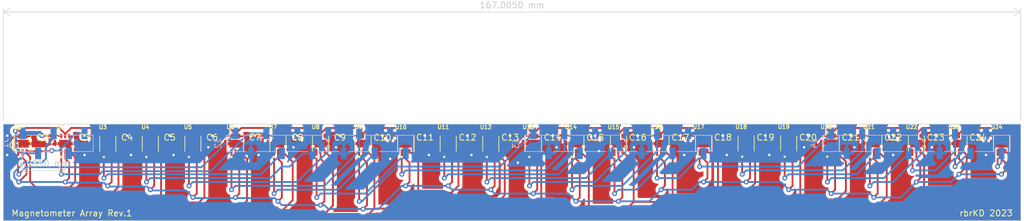
<source format=kicad_pcb>
(kicad_pcb (version 20221018) (generator pcbnew)
  (layers (0 "F.Cu" signal "Signal_top") (1 "In1.Cu" power "GND") (2 "In2.Cu" power "V+") (31 "B.Cu" signal "Signal_bottom") (34 "B.Paste" user) (35 "F.Paste" user) (36 "B.SilkS" user "B.Silkscreen") (37 "F.SilkS" user "F.Silkscreen") (38 "B.Mask" user) (39 "F.Mask" user) (44 "Edge.Cuts" user))
  (net 0 "")
  (net 1 "v+")
  (net 2 "GND")
  (net 3 "SCLK")
  (net 4 "MOSI")
  (net 5 "MISO")
  (net 6 "SS1")
  (net 7 "SS2")
  (net 8 "SS3")
  (net 9 "SS4")
  (net 10 "SS5")
  (net 11 "SS9")
  (net 12 "SS10")
  (net 13 "SS11")
  (net 14 "SS12")
  (net 15 "SS13")
  (net 16 "SS17")
  (net 17 "SS18")
  (net 18 "SS19")
  (net 19 "SS20")
  (net 20 "SS21")
  (net 21 "SS6")
  (net 22 "SS14")
  (net 23 "SS22")
  (net 24 "SS7")
  (net 25 "SS15")
  (net 26 "SS23")
  (net 27 "SS8")
  (net 28 "SS16")
  (net 29 "SS24")
  (footprint "Capacitor_SMD:C_0201_0603Metric" (layer "F.Cu") (at 150.495 65.695 -90)
    (fp_text reference "C17")
    (fp_text value "C_Small" hide)
  )
  (footprint "NVE:SON65P250X250X80-7N" (layer "F.Cu") (at 160.02 66.675 90)
    (fp_text reference "U18")
    (fp_text value "SM225-10E" hide)
  )
  (footprint "Capacitor_SMD:C_0201_0603Metric" (layer "F.Cu") (at 136.525 65.725 -90)
    (fp_text reference "C15")
    (fp_text value "C_Small" hide)
  )
  (footprint "Capacitor_SMD:C_0201_0603Metric" (layer "F.Cu") (at 185.42 65.695 -90)
    (fp_text reference "C22")
    (fp_text value "C_Small" hide)
  )
  (footprint "Capacitor_SMD:C_0201_0603Metric" (layer "F.Cu") (at 94.615 65.695 -90)
    (fp_text reference "C9")
    (fp_text value "C_Small" hide)
  )
  (footprint "Capacitor_SMD:C_0201_0603Metric" (layer "F.Cu") (at 178.435 65.695 -90)
    (fp_text reference "C21")
    (fp_text value "C_Small" hide)
  )
  (footprint "NVE:SON65P250X250X80-7N" (layer "F.Cu") (at 180.975 66.675 90)
    (fp_text reference "U21")
    (fp_text value "SM225-10E" hide)
  )
  (footprint "NVE:SON65P250X250X80-7N" (layer "F.Cu") (at 139.065 66.725 90)
    (fp_text reference "U15")
    (fp_text value "SM225-10E" hide)
  )
  (footprint "Capacitor_SMD:C_0201_0603Metric" (layer "F.Cu") (at 164.465 65.695 -90)
    (fp_text reference "C19")
    (fp_text value "C_Small" hide)
  )
  (footprint "Capacitor_SMD:C_0201_0603Metric" (layer "F.Cu") (at 108.585 65.695 -90)
    (fp_text reference "C11")
    (fp_text value "C_Small" hide)
  )
  (footprint "NVE:SON65P250X250X80-7N" (layer "F.Cu") (at 76.2 66.725 90)
    (fp_text reference "U6")
    (fp_text value "SM225-10E" hide)
  )
  (footprint "Capacitor_SMD:C_0201_0603Metric" (layer "F.Cu") (at 66.675 65.695 -90)
    (fp_text reference "C5")
    (fp_text value "C_Small" hide)
  )
  (footprint "NVE:SON65P250X250X80-7N" (layer "F.Cu") (at 104.14 66.725 90)
    (fp_text reference "U10")
    (fp_text value "SM225-10E" hide)
  )
  (footprint "Capacitor_SMD:C_0201_0603Metric" (layer "F.Cu") (at 52.705 65.695 -90)
    (fp_text reference "C3")
    (fp_text value "C_Small" hide)
  )
  (footprint "NVE:SON65P250X250X80-7N" (layer "F.Cu") (at 69.215 66.725 90)
    (fp_text reference "U5")
    (fp_text value "SM225-10E" hide)
  )
  (footprint "NVE:SON65P250X250X80-7N" (layer "F.Cu") (at 187.975 66.7 90)
    (fp_text reference "U22")
    (fp_text value "SM225-10E" hide)
  )
  (footprint "Capacitor_SMD:C_0201_0603Metric" (layer "F.Cu") (at 101.6 65.72 -90)
    (fp_text reference "C10")
    (fp_text value "C_Small" hide)
  )
  (footprint "NVE:SON65P250X250X80-7N" (layer "F.Cu") (at 97.155 66.7 90)
    (fp_text reference "U9")
    (fp_text value "SM225-10E" hide)
  )
  (footprint "NVE:SON65P250X250X80-7N" (layer "F.Cu") (at 118.11 66.725 90)
    (fp_text reference "U12")
    (fp_text value "SM225-10E" hide)
  )
  (footprint "NVE:SON65P250X250X80-7N" (layer "F.Cu") (at 62.23 66.725 90)
    (fp_text reference "U4")
    (fp_text value "SM225-10E" hide)
  )
  (footprint "NVE:SON65P250X250X80-7N" (layer "F.Cu") (at 201.945 66.7 90)
    (fp_text reference "U24")
    (fp_text value "SM225-10E" hide)
  )
  (footprint "NVE:SON65P250X250X80-7N" (layer "F.Cu") (at 173.99 66.675 90)
    (fp_text reference "U20")
    (fp_text value "SM225-10E" hide)
  )
  (footprint "Capacitor_SMD:C_0201_0603Metric" (layer "F.Cu") (at 59.69 65.695 -90)
    (fp_text reference "C4")
    (fp_text value "C_Small" hide)
  )
  (footprint "NVE:SON65P250X250X80-7N" (layer "F.Cu") (at 146.05 66.7 90)
    (fp_text reference "U16")
    (fp_text value "SM225-10E" hide)
  )
  (footprint "NVE:SON65P250X250X80-7N" (layer "F.Cu") (at 194.96 66.7 90)
    (fp_text reference "U23")
    (fp_text value "SM225-10E" hide)
  )
  (footprint "NVE:SON65P250X250X80-7N" (layer "F.Cu") (at 48.26 66.725 90)
    (fp_text reference "U2")
    (fp_text value "SM225-10E" hide)
  )
  (footprint "Capacitor_SMD:C_0201_0603Metric" (layer "F.Cu") (at 192.405 65.695 -90)
    (fp_text reference "C23")
    (fp_text value "C_Small" hide)
  )
  (footprint "Capacitor_SMD:C_0201_0603Metric" (layer "F.Cu") (at 157.48 65.695 -90)
    (fp_text reference "C18")
    (fp_text value "C_Small" hide)
  )
  (footprint "NVE:SON65P250X250X80-7N" (layer "F.Cu") (at 167.005 66.675 90)
    (fp_text reference "U19")
    (fp_text value "SM225-10E" hide)
  )
  (footprint "Capacitor_SMD:C_0201_0603Metric" (layer "F.Cu") (at 129.54 65.695 -90)
    (fp_text reference "C14")
    (fp_text value "C_Small" hide)
  )
  (footprint "NVE:SON65P250X250X80-7N" (layer "F.Cu") (at 125.095 66.725 90)
    (fp_text reference "U13")
    (fp_text value "SM225-10E" hide)
  )
  (footprint "Capacitor_SMD:C_0201_0603Metric" (layer "F.Cu") (at 115.57 65.695 -90)
    (fp_text reference "C12")
    (fp_text value "C_Small" hide)
  )
  (footprint "Capacitor_SMD:C_0201_0603Metric" (layer "F.Cu") (at 38.735 66.99 90)
    (fp_text reference "C1")
    (fp_text value "C_Small" hide)
  )
  (footprint "NVE:SON65P250X250X80-7N" (layer "F.Cu") (at 41.275 66.725 90)
    (fp_text reference "U1")
    (fp_text value "SM225-10E" hide)
  )
  (footprint "Capacitor_SMD:C_0201_0603Metric" (layer "F.Cu") (at 87.63 65.695 -90)
    (fp_text reference "C8")
    (fp_text value "C_Small" hide)
  )
  (footprint "NVE:SON65P250X250X80-7N" (layer "F.Cu") (at 132.08 66.7 90)
    (fp_text reference "U14")
    (fp_text value "SM225-10E" hide)
  )
  (footprint "NVE:SON65P250X250X80-7N" (layer "F.Cu") (at 111.125 66.725 90)
    (fp_text reference "U11")
    (fp_text value "SM225-10E" hide)
  )
  (footprint "Capacitor_SMD:C_0201_0603Metric" (layer "F.Cu") (at 122.555 65.695 -90)
    (fp_text reference "C13")
    (fp_text value "C_Small" hide)
  )
  (footprint "NVE:SON65P250X250X80-7N" (layer "F.Cu") (at 83.185 66.7 90)
    (fp_text reference "U7")
    (fp_text value "SM225-10E" hide)
  )
  (footprint "Capacitor_SMD:C_0201_0603Metric" (layer "F.Cu") (at 171.45 65.695 -90)
    (fp_text reference "C20")
    (fp_text value "C_Small" hide)
  )
  (footprint "Capacitor_SMD:C_0201_0603Metric" (layer "F.Cu") (at 80.645 65.695 -90)
    (fp_text reference "C7")
    (fp_text value "C_Small" hide)
  )
  (footprint "Capacitor_SMD:C_0201_0603Metric" (layer "F.Cu") (at 199.39 65.695 -90)
    (fp_text reference "C24")
    (fp_text value "C_Small" hide)
  )
  (footprint "Capacitor_SMD:C_0201_0603Metric" (layer "F.Cu") (at 143.51 65.695 -90)
    (fp_text reference "C16")
    (fp_text value "C_Small" hide)
  )
  (footprint "NVE:SON65P250X250X80-7N" (layer "F.Cu") (at 153.035 66.675 90)
    (fp_text reference "U17")
    (fp_text value "SM225-10E" hide)
  )
  (footprint "NVE:SON65P250X250X80-7N" (layer "F.Cu") (at 55.245 66.725 90)
    (fp_text reference "U3")
    (fp_text value "SM225-10E" hide)
  )
  (footprint "Capacitor_SMD:C_0201_0603Metric" (layer "F.Cu") (at 73.66 65.695 -90)
    (fp_text reference "C6")
    (fp_text value "C_Small" hide)
  )
  (footprint "NVE:SON65P250X250X80-7N" (layer "F.Cu") (at 90.17 66.7 90)
    (fp_text reference "U8")
    (fp_text value "SM225-10E" hide)
  )
  (footprint "Capacitor_SMD:C_0201_0603Metric" (layer "F.Cu") (at 45.72 65.725 -90)
    (fp_text reference "C2")
    (fp_text value "C_Small" hide)
  )
  (footprint "Connector_PinSocket_2.54mm:PinSocket_1x12_P2.54mm_Vertical_SMD_Pin1Left" (layer "B.Cu") (at 90.17 66.675 -90)
    (fp_text reference "J2")
    (fp_text value "Conn_01x12_Socket")
  )
  (footprint "Connector_PinSocket_2.54mm:PinSocket_1x12_P2.54mm_Vertical_SMD_Pin1Left" (layer "B.Cu") (at 187.96 66.675 -90)
    (fp_text reference "J4")
    (fp_text value "Conn_01x12_Socket")
  )
  (footprint "Connector_PinSocket_2.54mm:PinSocket_1x12_P2.54mm_Vertical_SMD_Pin1Left" (layer "B.Cu") (at 139.065 66.675 -90)
    (fp_text reference "J3")
    (fp_text value "Conn_01x12_Socket")
  )
  (footprint "Connector_PinSocket_2.54mm:PinSocket_1x05_P2.54mm_Vertical_SMD_Pin1Left" (layer "B.Cu") (at 46.355 66.675 -90)
    (fp_text reference "J1")
    (fp_text value "Conn_01x05_Socket")
  )
  (gr_rect (start 38.1 63.5) (end 205.105 79.375) (stroke (width 0.1)) (fill none) (layer "Edge.Cuts"))
  (gr_text "Magnetometer Array Rev.1" (at 39.37 78.74) (layer "F.SilkS") (effects (font (size 1 1)) (justify left bottom)))
  (gr_text "rbrKD 2023" (at 194.945 78.74) (layer "F.SilkS") (effects (font (size 1 1)) (justify left bottom)))
  (dimension (type aligned) (layer "Edge.Cuts") (pts (xy 41.275 66.68) (xy 48.26 66.68)) (height 4.445) (gr_text "6,9850 mm" (at 44.7675 69.975) (layer "Edge.Cuts") (effects (font (size 1 1) (thickness 0.15)))) (format (prefix "") (suffix "") (units 3) (units_format 1) (precision 4)) (style (thickness 0.1) (arrow_length 1.27) (text_position_mode 0) (extension_height 0.58642) (extension_offset 0.5) keep_text_aligned))
  (dimension (type aligned) (layer "Edge.Cuts") (pts (xy 38.1 63.5) (xy 205.105 63.5)) (height -18.415) (gr_text "167,0050 mm" (at 121.6025 43.935) (layer "Edge.Cuts") (effects (font (size 1 1) (thickness 0.15)))) (format (prefix "") (suffix "") (units 3) (units_format 1) (precision 4)) (style (thickness 0.1) (arrow_length 1.27) (text_position_mode 0) (extension_height 0.58642) (extension_offset 0.5) keep_text_aligned))
  (segment (start 38.735 67.25) (end 38.735 68.58) (width 0.3) (layer "F.Cu") (net 1))
  (segment (start 163.22 65.43) (end 163.195 65.405) (width 0.3) (layer "F.Cu") (net 1))
  (segment (start 131.43 65.455) (end 131.38 65.405) (width 0.3) (layer "F.Cu") (net 1))
  (segment (start 75.475 65.405) (end 72.39 65.405) (width 0.3) (layer "F.Cu") (net 1))
  (segment (start 110.4 65.405) (end 107.315 65.405) (width 0.3) (layer "F.Cu") (net 1))
  (segment (start 47.61 65.48) (end 47.535 65.405) (width 0.3) (layer "F.Cu") (net 1))
  (segment (start 39.37 66.901396) (end 39.021396 67.25) (width 0.3) (layer "F.Cu") (net 1))
  (segment (start 96.455 65.405) (end 93.345 65.405) (width 0.3) (layer "F.Cu") (net 1))
  (segment (start 61.505 65.405) (end 58.42 65.405) (width 0.3) (layer "F.Cu") (net 1))
  (segment (start 149.25 65.43) (end 149.225 65.405) (width 0.3) (layer "F.Cu") (net 1))
  (segment (start 124.445 65.48) (end 124.37 65.405) (width 0.3) (layer "F.Cu") (net 1))
  (segment (start 89.52 65.455) (end 89.47 65.405) (width 0.3) (layer "F.Cu") (net 1))
  (segment (start 39.93 65.48) (end 39.37 66.04) (width 0.3) (layer "F.Cu") (net 1))
  (segment (start 194.31 65.455) (end 194.26 65.405) (width 0.3) (layer "F.Cu") (net 1))
  (segment (start 54.595 65.48) (end 54.52 65.405) (width 0.3) (layer "F.Cu") (net 1))
  (segment (start 68.565 65.48) (end 68.49 65.405) (width 0.3) (layer "F.Cu") (net 1))
  (segment (start 187.325 65.455) (end 187.275 65.405) (width 0.3) (layer "F.Cu") (net 1))
  (segment (start 194.26 65.405) (end 191.135 65.405) (width 0.3) (layer "F.Cu") (net 1))
  (segment (start 170.205 65.43) (end 170.18 65.405) (width 0.3) (layer "F.Cu") (net 1))
  (segment (start 47.535 65.405) (end 44.45 65.405) (width 0.3) (layer "F.Cu") (net 1))
  (segment (start 82.485 65.405) (end 79.375 65.405) (width 0.3) (layer "F.Cu") (net 1))
  (segment (start 173.34 65.43) (end 170.205 65.43) (width 0.3) (layer "F.Cu") (net 1))
  (segment (start 103.415 65.405) (end 100.33 65.405) (width 0.3) (layer "F.Cu") (net 1))
  (segment (start 138.415 65.48) (end 138.34 65.405) (width 0.3) (layer "F.Cu") (net 1))
  (segment (start 89.47 65.405) (end 86.36 65.405) (width 0.3) (layer "F.Cu") (net 1))
  (segment (start 156.235 65.43) (end 156.21 65.405) (width 0.3) (layer "F.Cu") (net 1))
  (segment (start 131.38 65.405) (end 128.27 65.405) (width 0.3) (layer "F.Cu") (net 1))
  (segment (start 138.34 65.405) (end 135.255 65.405) (width 0.3) (layer "F.Cu") (net 1))
  (segment (start 40.625 65.48) (end 39.93 65.48) (width 0.3) (layer "F.Cu") (net 1))
  (segment (start 201.295 65.455) (end 201.245 65.405) (width 0.3) (layer "F.Cu") (net 1))
  (segment (start 39.37 66.04) (end 39.37 66.901396) (width 0.3) (layer "F.Cu") (net 1))
  (segment (start 75.55 65.48) (end 75.475 65.405) (width 0.3) (layer "F.Cu") (net 1))
  (segment (start 39.021396 67.25) (end 38.735 67.25) (width 0.3) (layer "F.Cu") (net 1))
  (segment (start 145.4 65.455) (end 145.35 65.405) (width 0.3) (layer "F.Cu") (net 1))
  (segment (start 68.49 65.405) (end 65.405 65.405) (width 0.3) (layer "F.Cu") (net 1))
  (segment (start 103.49 65.48) (end 103.415 65.405) (width 0.3) (layer "F.Cu") (net 1))
  (segment (start 201.245 65.405) (end 198.12 65.405) (width 0.3) (layer "F.Cu") (net 1))
  (segment (start 166.355 65.43) (end 163.22 65.43) (width 0.3) (layer "F.Cu") (net 1))
  (segment (start 82.535 65.455) (end 82.485 65.405) (width 0.3) (layer "F.Cu") (net 1))
  (segment (start 61.58 65.48) (end 61.505 65.405) (width 0.3) (layer "F.Cu") (net 1))
  (segment (start 152.385 65.43) (end 149.25 65.43) (width 0.3) (layer "F.Cu") (net 1))
  (segment (start 124.37 65.405) (end 121.285 65.405) (width 0.3) (layer "F.Cu") (net 1))
  (segment (start 177.19 65.43) (end 177.165 65.405) (width 0.3) (layer "F.Cu") (net 1))
  (segment (start 187.275 65.405) (end 184.15 65.405) (width 0.3) (layer "F.Cu") (net 1))
  (segment (start 117.46 65.48) (end 117.385 65.405) (width 0.3) (layer "F.Cu") (net 1))
  (segment (start 54.52 65.405) (end 51.435 65.405) (width 0.3) (layer "F.Cu") (net 1))
  (segment (start 180.325 65.43) (end 177.19 65.43) (width 0.3) (layer "F.Cu") (net 1))
  (segment (start 145.35 65.405) (end 142.24 65.405) (width 0.3) (layer "F.Cu") (net 1))
  (segment (start 117.385 65.405) (end 114.3 65.405) (width 0.3) (layer "F.Cu") (net 1))
  (segment (start 159.37 65.43) (end 156.235 65.43) (width 0.3) (layer "F.Cu") (net 1))
  (segment (start 110.475 65.48) (end 110.4 65.405) (width 0.3) (layer "F.Cu") (net 1))
  (segment (start 96.505 65.455) (end 96.455 65.405) (width 0.3) (layer "F.Cu") (net 1))
  (via blind (at 86.36 65.405) (size 0.8) (drill 0.4) (layers "F.Cu" "In2.Cu") (net 1))
  (via blind (at 93.345 65.405) (size 0.8) (drill 0.4) (layers "F.Cu" "In2.Cu") (net 1))
  (via blind (at 121.285 65.405) (size 0.8) (drill 0.4) (layers "F.Cu" "In2.Cu") (net 1))
  (via blind (at 58.42 65.405) (size 0.8) (drill 0.4) (layers "F.Cu" "In2.Cu") (net 1))
  (via blind (at 107.315 65.405) (size 0.8) (drill 0.4) (layers "F.Cu" "In2.Cu") (net 1))
  (via blind (at 170.18 65.405) (size 0.8) (drill 0.4) (layers "F.Cu" "In2.Cu") (net 1))
  (via blind (at 198.12 65.405) (size 0.8) (drill 0.4) (layers "F.Cu" "In2.Cu") (net 1))
  (via blind (at 100.33 65.405) (size 0.8) (drill 0.4) (layers "F.Cu" "In2.Cu") (net 1))
  (via blind (at 191.135 65.405) (size 0.8) (drill 0.4) (layers "F.Cu" "In2.Cu") (net 1))
  (via blind (at 177.165 65.405) (size 0.8) (drill 0.4) (layers "F.Cu" "In2.Cu") (net 1))
  (via blind (at 51.435 65.405) (size 0.8) (drill 0.4) (layers "F.Cu" "In2.Cu") (net 1))
  (via blind (at 79.375 65.405) (size 0.8) (drill 0.4) (layers "F.Cu" "In2.Cu") (net 1))
  (via blind (at 72.39 65.405) (size 0.8) (drill 0.4) (layers "F.Cu" "In2.Cu") (net 1))
  (via blind (at 128.27 65.405) (size 0.8) (drill 0.4) (layers "F.Cu" "In2.Cu") (net 1))
  (via blind (at 38.735 68.58) (size 0.8) (drill 0.4) (layers "F.Cu" "In2.Cu") (net 1))
  (via blind (at 135.255 65.405) (size 0.8) (drill 0.4) (layers "F.Cu" "In2.Cu") (net 1))
  (via blind (at 156.21 65.405) (size 0.8) (drill 0.4) (layers "F.Cu" "In2.Cu") (net 1))
  (via blind (at 163.195 65.405) (size 0.8) (drill 0.4) (layers "F.Cu" "In2.Cu") (net 1))
  (via blind (at 184.15 65.405) (size 0.8) (drill 0.4) (layers "F.Cu" "In2.Cu") (net 1))
  (via blind (at 149.225 65.405) (size 0.8) (drill 0.4) (layers "F.Cu" "In2.Cu") (net 1))
  (via blind (at 142.24 65.405) (size 0.8) (drill 0.4) (layers "F.Cu" "In2.Cu") (net 1))
  (via blind (at 114.3 65.405) (size 0.8) (drill 0.4) (layers "F.Cu" "In2.Cu") (net 1))
  (via blind (at 65.405 65.405) (size 0.8) (drill 0.4) (layers "F.Cu" "In2.Cu") (net 1))
  (via blind (at 44.45 65.405) (size 0.8) (drill 0.4) (layers "F.Cu" "B.Cu") (net 1))
  (segment (start 44.034502 65.025) (end 44.414502 65.405) (width 0.8) (layer "B.Cu") (net 1))
  (segment (start 41.275 65.025) (end 44.034502 65.025) (width 0.8) (layer "B.Cu") (net 1))
  (segment (start 38.735 65.405) (end 38.735 66.67) (width 0.3) (layer "F.Cu") (net 2))
  (via (at 141.605 67.31) (size 0.8) (drill 0.4) (layers "F.Cu" "B.Cu") (net 2))
  (via (at 71.755 67.31) (size 0.8) (drill 0.4) (layers "F.Cu" "B.Cu") (net 2))
  (via (at 190.5 67.31) (size 0.8) (drill 0.4) (layers "F.Cu" "B.Cu") (net 2))
  (via (at 163.83 68.58) (size 0.8) (drill 0.4) (layers "F.Cu" "B.Cu") (net 2))
  (via (at 184.15 68.58) (size 0.8) (drill 0.4) (layers "F.Cu" "B.Cu") (net 2))
  (via (at 107.95 68.58) (size 0.8) (drill 0.4) (layers "F.Cu" "B.Cu") (net 2))
  (via (at 114.935 68.58) (size 0.8) (drill 0.4) (layers "F.Cu" "B.Cu") (net 2))
  (via (at 59.055 68.58) (size 0.8) (drill 0.4) (layers "F.Cu" "B.Cu") (net 2))
  (via (at 51.435 68.58) (size 0.8) (drill 0.4) (layers "F.Cu" "B.Cu") (net 2))
  (via (at 80.01 68.58) (size 0.8) (drill 0.4) (layers "F.Cu" "B.Cu") (net 2))
  (via (at 38.735 65.405) (size 0.8) (drill 0.4) (layers "F.Cu" "B.Cu") (net 2))
  (via (at 92.71 67.31) (size 0.8) (drill 0.4) (layers "F.Cu" "B.Cu") (net 2))
  (via (at 177.8 67.31) (size 0.8) (drill 0.4) (layers "F.Cu" "B.Cu") (net 2))
  (via (at 156.845 68.58) (size 0.8) (drill 0.4) (layers "F.Cu" "B.Cu") (net 2))
  (via (at 199.39 68.58) (size 0.8) (drill 0.4) (layers "F.Cu" "B.Cu") (net 2))
  (via (at 66.04 68.58) (size 0.8) (drill 0.4) (layers "F.Cu" "B.Cu") (net 2))
  (via (at 122.555 69.85) (size 0.8) (drill 0.4) (layers "F.Cu" "B.Cu") (net 2))
  (via (at 128.905 67.31) (size 0.8) (drill 0.4) (layers "F.Cu" "B.Cu") (net 2))
  (via (at 135.89 67.945) (size 0.8) (drill 0.4) (layers "F.Cu" "B.Cu") (net 2))
  (via (at 149.86 68.58) (size 0.8) (drill 0.4) (layers "F.Cu" "B.Cu") (net 2))
  (via (at 85.725 67.31) (size 0.8) (drill 0.4) (layers "F.Cu" "B.Cu") (net 2))
  (via (at 101.6 69.215) (size 0.8) (drill 0.4) (layers "F.Cu" "B.Cu") (net 2))
  (via (at 169.545 67.31) (size 0.8) (drill 0.4) (layers "F.Cu" "B.Cu") (net 2))
  (segment (start 111.125 65.48) (end 111.125 65.112523) (width 0.3) (layer "F.Cu") (net 3))
  (segment (start 146.05 65.455) (end 146.05 65.087523) (width 0.3) (layer "F.Cu") (net 3))
  (segment (start 83.185 65.087523) (end 84.137523 64.135) (width 0.3) (layer "F.Cu") (net 3))
  (segment (start 147.002523 64.135) (end 152.107477 64.135) (width 0.3) (layer "F.Cu") (net 3))
  (segment (start 180.047477 64.135) (end 180.975 65.062523) (width 0.3) (layer "F.Cu") (net 3))
  (segment (start 104.14 65.48) (end 104.14 65.112523) (width 0.3) (layer "F.Cu") (net 3))
  (segment (start 187.975 64.807523) (end 187.975 65.455) (width 0.3) (layer "F.Cu") (net 3))
  (segment (start 77.177523 64.135) (end 82.232477 64.135) (width 0.3) (layer "F.Cu") (net 3))
  (segment (start 201.945 65.087523) (end 201.945 65.455) (width 0.3) (layer "F.Cu") (net 3))
  (segment (start 146.05 65.087523) (end 147.002523 64.135) (width 0.3) (layer "F.Cu") (net 3))
  (segment (start 145.097477 64.135) (end 146.05 65.087523) (width 0.3) (layer "F.Cu") (net 3))
  (segment (start 160.02 65.43) (end 160.02 65.062523) (width 0.3) (layer "F.Cu") (net 3))
  (segment (start 62.23 65.112523) (end 63.207523 64.135) (width 0.3) (layer "F.Cu") (net 3))
  (segment (start 153.962523 64.135) (end 159.092477 64.135) (width 0.3) (layer "F.Cu") (net 3))
  (segment (start 48.26 65.48) (end 48.26 65.112523) (width 0.3) (layer "F.Cu") (net 3))
  (segment (start 110.147477 64.135) (end 111.125 65.112523) (width 0.3) (layer "F.Cu") (net 3))
  (segment (start 75.222477 64.135) (end 76.2 65.112523) (width 0.3) (layer "F.Cu") (net 3))
  (segment (start 69.215 65.112523) (end 70.192523 64.135) (width 0.3) (layer "F.Cu") (net 3))
  (segment (start 82.232477 64.135) (end 83.185 65.087523) (width 0.3) (layer "F.Cu") (net 3))
  (segment (start 132.08 65.455) (end 132.08 65.087523) (width 0.3) (layer "F.Cu") (net 3))
  (segment (start 41.1305 64.6255) (end 41.275 64.77) (width 0.3) (layer "F.Cu") (net 3))
  (segment (start 89.217477 64.135) (end 90.17 65.087523) (width 0.3) (layer "F.Cu") (net 3))
  (segment (start 55.245 65.112523) (end 55.245 65.48) (width 0.3) (layer "F.Cu") (net 3))
  (segment (start 118.11 65.112523) (end 119.087523 64.135) (width 0.3) (layer "F.Cu") (net 3))
  (segment (start 173.99 65.062523) (end 174.917523 64.135) (width 0.3) (layer "F.Cu") (net 3))
  (segment (start 153.035 65.062523) (end 153.035 65.43) (width 0.3) (layer "F.Cu") (net 3))
  (segment (start 47.282477 64.135) (end 48.26 65.112523) (width 0.3) (layer "F.Cu") (net 3))
  (segment (start 180.975 65.062523) (end 180.975 65.43) (width 0.3) (layer "F.Cu") (net 3))
  (segment (start 173.99 65.43) (end 173.99 65.062523) (width 0.3) (layer "F.Cu") (net 3))
  (segment (start 40.079395 64.6255) (end 41.1305 64.6255) (width 0.3) (layer "F.Cu") (net 3))
  (segment (start 91.122523 64.135) (end 96.202477 64.135) (width 0.3) (layer "F.Cu") (net 3))
  (segment (start 195.912523 64.135) (end 200.992477 64.135) (width 0.3) (layer "F.Cu") (net 3))
  (segment (start 140.042523 64.135) (end 145.097477 64.135) (width 0.3) (layer "F.Cu") (net 3))
  (segment (start 90.17 65.455) (end 90.17 65.087523) (width 0.3) (layer "F.Cu") (net 3))
  (segment (start 194.96 65.087523) (end 195.912523 64.135) (width 0.3) (layer "F.Cu") (net 3))
  (segment (start 167.005 65.062523) (end 167.932523 64.135) (width 0.3) (layer "F.Cu") (net 3))
  (segment (start 131.127477 64.135) (end 132.08 65.087523) (width 0.3) (layer "F.Cu") (net 3))
  (segment (start 41.275 65.48) (end 41.275 64.623761) (width 0.3) (layer "F.Cu") (net 3))
  (segment (start 84.137523 64.135) (end 89.217477 64.135) (width 0.3) (layer "F.Cu") (net 3))
  (segment (start 138.087477 64.135) (end 139.065 65.112523) (width 0.3) (layer "F.Cu") (net 3))
  (segment (start 48.26 65.112523) (end 49.237523 64.135) (width 0.3) (layer "F.Cu") (net 3))
  (segment (start 174.917523 64.135) (end 180.047477 64.135) (width 0.3) (layer "F.Cu") (net 3))
  (segment (start 187.302477 64.135) (end 187.975 64.807523) (width 0.3) (layer "F.Cu") (net 3))
  (segment (start 54.267477 64.135) (end 55.245 65.112523) (width 0.3) (layer "F.Cu") (net 3))
  (segment (start 68.237477 64.135) (end 69.215 65.112523) (width 0.3) (layer "F.Cu") (net 3))
  (segment (start 181.902523 64.135) (end 187.302477 64.135) (width 0.3) (layer "F.Cu") (net 3))
  (segment (start 70.192523 64.135) (end 75.222477 64.135) (width 0.3) (layer "F.Cu") (net 3))
  (segment (start 187.975 65.455) (end 187.975 65.087523) (width 0.3) (layer "F.Cu") (net 3))
  (segment (start 62.23 65.48) (end 62.23 65.112523) (width 0.3) (layer "F.Cu") (net 3))
  (segment (start 76.2 65.48) (end 76.2 65.112523) (width 0.3) (layer "F.Cu") (net 3))
  (segment (start 187.975 65.087523) (end 188.927523 64.135) (width 0.3) (layer "F.Cu") (net 3))
  (segment (start 152.107477 64.135) (end 153.035 65.062523) (width 0.3) (layer "F.Cu") (net 3))
  (segment (start 105.117523 64.135) (end 110.147477 64.135) (width 0.3) (layer "F.Cu") (net 3))
  (segment (start 132.08 65.087523) (end 133.032523 64.135) (width 0.3) (layer "F.Cu") (net 3))
  (segment (start 194.96 65.087523) (end 194.96 65.455) (width 0.3) (layer "F.Cu") (net 3))
  (segment (start 98.107523 64.135) (end 103.162477 64.135) (width 0.3) (layer "F.Cu") (net 3))
  (segment (start 83.185 65.087523) (end 83.185 65.455) (width 0.3) (layer "F.Cu") (net 3))
  (segment (start 63.207523 64.135) (end 68.237477 64.135) (width 0.3) (layer "F.Cu") (net 3))
  (segment (start 180.975 65.062523) (end 181.902523 64.135) (width 0.3) (layer "F.Cu") (net 3))
  (segment (start 153.035 65.062523) (end 153.962523 64.135) (width 0.3) (layer "F.Cu") (net 3))
  (segment (start 41.275 64.77) (end 41.275 65.48) (width 0.3) (layer "F.Cu") (net 3))
  (segment (start 96.202477 64.135) (end 97.155 65.087523) (width 0.3) (layer "F.Cu") (net 3))
  (segment (start 173.062477 64.135) (end 173.99 65.062523) (width 0.3) (layer "F.Cu") (net 3))
  (segment (start 111.125 65.112523) (end 112.102523 64.135) (width 0.3) (layer "F.Cu") (net 3))
  (segment (start 160.02 65.062523) (end 160.947523 64.135) (width 0.3) (layer "F.Cu") (net 3))
  (segment (start 56.222523 64.135) (end 61.252477 64.135) (width 0.3) (layer "F.Cu") (net 3))
  (segment (start 119.087523 64.135) (end 124.117477 64.135) (width 0.3) (layer "F.Cu") (net 3))
  (segment (start 126.072523 64.135) (end 131.127477 64.135) (width 0.3) (layer "F.Cu") (net 3))
  (segment (start 112.102523 64.135) (end 117.132477 64.135) (width 0.3) (layer "F.Cu") (net 3))
  (segment (start 125.095 65.112523) (end 126.072523 64.135) (width 0.3) (layer "F.Cu") (net 3))
  (segment (start 69.215 65.48) (end 69.215 65.112523) (width 0.3) (layer "F.Cu") (net 3))
  (segment (start 188.927523 64.135) (end 194.007477 64.135) (width 0.3) (layer "F.Cu") (net 3))
  (segment (start 41.763761 64.135) (end 47.282477 64.135) (width 0.3) (layer "F.Cu") (net 3))
  (segment (start 41.275 64.623761) (end 41.763761 64.135) (width 0.3) (layer "F.Cu") (net 3))
  (segment (start 61.252477 64.135) (end 62.23 65.112523) (width 0.3) (layer "F.Cu") (net 3))
  (segment (start 167.005 65.43) (end 167.005 65.062523) (width 0.3) (layer "F.Cu") (net 3))
  (segment (start 160.947523 64.135) (end 166.077477 64.135) (width 0.3) (layer "F.Cu") (net 3))
  (segment (start 139.065 65.48) (end 139.065 65.112523) (width 0.3) (layer "F.Cu") (net 3))
  (segment (start 200.992477 64.135) (end 201.945 65.087523) (width 0.3) (layer "F.Cu") (net 3))
  (segment (start 55.245 65.112523) (end 56.222523 64.135) (width 0.3) (layer "F.Cu") (net 3))
  (segment (start 103.162477 64.135) (end 104.14 65.112523) (width 0.3) (layer "F.Cu") (net 3))
  (segment (start 139.065 65.112523) (end 140.042523 64.135) (width 0.3) (layer "F.Cu") (net 3))
  (segment (start 97.155 65.087523) (end 97.155 65.455) (width 0.3) (layer "F.Cu") (net 3))
  (segment (start 159.092477 64.135) (end 160.02 65.062523) (width 0.3) (layer "F.Cu") (net 3))
  (segment (start 76.2 65.112523) (end 77.177523 64.135) (width 0.3) (layer "F.Cu") (net 3))
  (segment (start 97.155 65.087523) (end 98.107523 64.135) (width 0.3) (layer "F.Cu") (net 3))
  (segment (start 125.095 65.112523) (end 125.095 65.48) (width 0.3) (layer "F.Cu") (net 3))
  (segment (start 133.032523 64.135) (end 138.087477 64.135) (width 0.3) (layer "F.Cu") (net 3))
  (segment (start 118.11 65.48) (end 118.11 65.112523) (width 0.3) (layer "F.Cu") (net 3))
  (segment (start 124.117477 64.135) (end 125.095 65.112523) (width 0.3) (layer "F.Cu") (net 3))
  (segment (start 90.17 65.087523) (end 91.122523 64.135) (width 0.3) (layer "F.Cu") (net 3))
  (segment (start 49.237523 64.135) (end 54.267477 64.135) (width 0.3) (layer "F.Cu") (net 3))
  (segment (start 166.077477 64.135) (end 167.005 65.062523) (width 0.3) (layer "F.Cu") (net 3))
  (segment (start 167.932523 64.135) (end 173.062477 64.135) (width 0.3) (layer "F.Cu") (net 3))
  (segment (start 104.14 65.112523) (end 105.117523 64.135) (width 0.3) (layer "F.Cu") (net 3))
  (segment (start 194.007477 64.135) (end 194.96 65.087523) (width 0.3) (layer "F.Cu") (net 3))
  (segment (start 117.132477 64.135) (end 118.11 65.112523) (width 0.3) (layer "F.Cu") (net 3))
  (via (at 40.079395 64.6255) (size 0.8) (drill 0.4) (layers "F.Cu" "B.Cu") (net 3))
  (segment (start 40.175498 64.721603) (end 40.175498 67.412998) (width 0.3) (layer "B.Cu") (net 3))
  (segment (start 41.0875 68.325) (end 43.815 68.325) (width 0.3) (layer "B.Cu") (net 3))
  (segment (start 40.175498 67.412998) (end 41.0875 68.325) (width 0.3) (layer "B.Cu") (net 3))
  (segment (start 40.079395 64.6255) (end 40.175498 64.721603) (width 0.3) (layer "B.Cu") (net 3))
  (segment (start 132.08 67.945) (end 132.08 69.215) (width 0.3) (layer "F.Cu") (net 4))
  (segment (start 41.275 69.093738) (end 41.91 69.728738) (width 0.3) (layer "F.Cu") (net 4))
  (segment (start 76.835 69.85) (end 76.835 74.93) (width 0.3) (layer "F.Cu") (net 4))
  (segment (start 118.745 73.66) (end 118.11 74.295) (width 0.3) (layer "F.Cu") (net 4))
  (segment (start 104.14 69.215) (end 104.775 69.85) (width 0.3) (layer "F.Cu") (net 4))
  (segment (start 201.945 69.23) (end 202.565 69.85) (width 0.3) (layer "F.Cu") (net 4))
  (segment (start 90.805 69.85) (end 90.805 76.2) (width 0.3) (layer "F.Cu") (net 4))
  (segment (start 69.85 74.93) (end 69.215 75.565) (width 0.3) (layer "F.Cu") (net 4))
  (segment (start 111.125 69.215) (end 111.76 69.85) (width 0.3) (layer "F.Cu") (net 4))
  (segment (start 139.065 67.97) (end 139.065 69.215) (width 0.3) (layer "F.Cu") (net 4))
  (segment (start 195.58 71.12) (end 194.945 71.755) (width 0.3) (layer "F.Cu") (net 4))
  (segment (start 153.67 72.39) (end 153.035 73.025) (width 0.3) (layer "F.Cu") (net 4))
  (segment (start 48.26 67.97) (end 48.26 69.215) (width 0.3) (layer "F.Cu") (net 4))
  (segment (start 97.155 67.945) (end 97.155 69.215) (width 0.3) (layer "F.Cu") (net 4))
  (segment (start 146.685 73.66) (end 146.05 74.295) (width 0.3) (layer "F.Cu") (net 4))
  (segment (start 111.76 69.85) (end 111.76 73.025) (width 0.3) (layer "F.Cu") (net 4))
  (segment (start 139.7 69.85) (end 139.7 75.565) (width 0.3) (layer "F.Cu") (net 4))
  (segment (start 111.125 67.97) (end 111.125 69.215) (width 0.3) (layer "F.Cu") (net 4))
  (segment (start 62.865 73.66) (end 62.23 74.295) (width 0.3) (layer "F.Cu") (net 4))
  (segment (start 41.91 69.728738) (end 41.91 71.755) (width 0.3) (layer "F.Cu") (net 4))
  (segment (start 195.58 69.85) (end 195.58 71.12) (width 0.3) (layer "F.Cu") (net 4))
  (segment (start 83.185 69.215) (end 83.82 69.85) (width 0.3) (layer "F.Cu") (net 4))
  (segment (start 167.005 69.215) (end 167.64 69.85) (width 0.3) (layer "F.Cu") (net 4))
  (segment (start 194.96 69.23) (end 195.58 69.85) (width 0.3) (layer "F.Cu") (net 4))
  (segment (start 167.64 73.66) (end 167.005 74.295) (width 0.3) (layer "F.Cu") (net 4))
  (segment (start 62.865 69.728738) (end 62.865 73.66) (width 0.3) (layer "F.Cu") (net 4))
  (segment (start 111.76 73.025) (end 111.125 73.66) (width 0.3) (layer "F.Cu") (net 4))
  (segment (start 76.2 67.97) (end 76.2 69.215) (width 0.3) (layer "F.Cu") (net 4))
  (segment (start 194.96 67.945) (end 194.96 69.23) (width 0.3) (layer "F.Cu") (net 4))
  (segment (start 83.82 69.85) (end 83.82 75.565) (width 0.3) (layer "F.Cu") (net 4))
  (segment (start 97.79 69.85) (end 97.79 76.835) (width 0.3) (layer "F.Cu") (net 4))
  (segment (start 69.215 67.97) (end 69.215 69.215) (width 0.3) (layer "F.Cu") (net 4))
  (segment (start 55.88 73.025) (end 55.245 73.66) (width 0.3) (layer "F.Cu") (net 4))
  (segment (start 83.82 75.565) (end 83.185 76.2) (width 0.3) (layer "F.Cu") (net 4))
  (segment (start 132.08 69.215) (end 132.715 69.85) (width 0.3) (layer "F.Cu") (net 4))
  (segment (start 48.895 69.85) (end 48.895 72.39) (width 0.3) (layer "F.Cu") (net 4))
  (segment (start 104.775 73.025) (end 104.14 73.66) (width 0.3) (layer "F.Cu") (net 4))
  (segment (start 118.11 67.97) (end 118.11 69.215) (width 0.3) (layer "F.Cu") (net 4))
  (segment (start 132.715 75.565) (end 132.08 76.2) (width 0.3) (layer "F.Cu") (net 4))
  (segment (start 69.85 69.85) (end 69.85 74.93) (width 0.3) (layer "F.Cu") (net 4))
  (segment (start 160.655 69.85) (end 160.655 72.39) (width 0.3) (layer "F.Cu") (net 4))
  (segment (start 125.73 74.295) (end 125.095 74.93) (width 0.3) (layer "F.Cu") (net 4))
  (segment (start 181.61 74.93) (end 180.975 75.565) (width 0.3) (layer "F.Cu") (net 4))
  (segment (start 188.595 69.85) (end 188.595 72.39) (width 0.3) (layer "F.Cu") (net 4))
  (segment (start 41.275 67.97) (end 41.275 69.093738) (width 0.3) (layer "F.Cu") (net 4))
  (segment (start 153.035 69.215) (end 153.67 69.85) (width 0.3) (layer "F.Cu") (net 4))
  (segment (start 180.975 67.92) (end 180.975 69.215) (width 0.3) (layer "F.Cu") (net 4))
  (segment (start 76.2 69.215) (end 76.835 69.85) (width 0.3) (layer "F.Cu") (net 4))
  (segment (start 153.035 67.92) (end 153.035 69.215) (width 0.3) (layer "F.Cu") (net 4))
  (segment (start 97.79 76.835) (end 97.155 77.47) (width 0.3) (layer "F.Cu") (net 4))
  (segment (start 90.805 76.2) (end 90.17 76.835) (width 0.3) (layer "F.Cu") (net 4))
  (segment (start 48.26 69.215) (end 48.895 69.85) (width 0.3) (layer "F.Cu") (net 4))
  (segment (start 181.61 69.85) (end 181.61 74.93) (width 0.3) (layer "F.Cu") (net 4))
  (segment (start 202.565 71.12) (end 201.93 71.755) (width 0.3) (layer "F.Cu") (net 4))
  (segment (start 187.975 69.23) (end 188.595 69.85) (width 0.3) (layer "F.Cu") (net 4))
  (segment (start 139.7 75.565) (end 139.065 76.2) (width 0.3) (layer "F.Cu") (net 4))
  (segment (start 180.975 69.215) (end 181.61 69.85) (width 0.3) (layer "F.Cu") (net 4))
  (segment (start 118.745 69.85) (end 118.745 73.66) (width 0.3) (layer "F.Cu") (net 4))
  (segment (start 62.23 69.093738) (end 62.865 69.728738) (width 0.3) (layer "F.Cu") (net 4))
  (segment (start 118.11 69.215) (end 118.745 69.85) (width 0.3) (layer "F.Cu") (net 4))
  (segment (start 48.895 72.39) (end 48.26 73.025) (width 0.3) (layer "F.Cu") (net 4))
  (segment (start 55.245 67.97) (end 55.245 69.093738) (width 0.3) (layer "F.Cu") (net 4))
  (segment (start 167.005 67.92) (end 167.005 69.215) (width 0.3) (layer "F.Cu") (net 4))
  (segment (start 160.02 69.215) (end 160.655 69.85) (width 0.3) (layer "F.Cu") (net 4))
  (segment (start 160.655 72.39) (end 160.02 73.025) (width 0.3) (layer "F.Cu") (net 4))
  (segment (start 90.17 67.945) (end 90.17 69.215) (width 0.3) (layer "F.Cu") (net 4))
  (segment (start 153.67 69.85) (end 153.67 72.39) (width 0.3) (layer "F.Cu") (net 4))
  (segment (start 173.99 67.92) (end 173.99 69.215) (width 0.3) (layer "F.Cu") (net 4))
  (segment (start 90.17 69.215) (end 90.805 69.85) (width 0.3) (layer "F.Cu") (net 4))
  (segment (start 55.245 69.093738) (end 55.88 69.728738) (width 0.3) (layer "F.Cu") (net 4))
  (segment (start 188.595 72.39) (end 187.96 73.025) (width 0.3) (layer "F.Cu") (net 4))
  (segment (start 139.065 69.215) (end 139.7 69.85) (width 0.3) (layer "F.Cu") (net 4))
  (segment (start 202.565 69.85) (end 202.565 71.12) (width 0.3) (layer "F.Cu") (net 4))
  (segment (start 41.91 71.755) (end 40.64 73.025) (width 0.3) (layer "F.Cu") (net 4))
  (segment (start 187.975 67.945) (end 187.975 69.23) (width 0.3) (layer "F.Cu") (net 4))
  (segment (start 201.945 67.945) (end 201.945 69.23) (width 0.3) (layer "F.Cu") (net 4))
  (segment (start 174.625 74.295) (end 173.99 74.93) (width 0.3) (layer "F.Cu") (net 4))
  (segment (start 97.155 69.215) (end 97.79 69.85) (width 0.3) (layer "F.Cu") (net 4))
  (segment (start 146.05 69.215) (end 146.685 69.85) (width 0.3) (layer "F.Cu") (net 4))
  (segment (start 55.88 69.728738) (end 55.88 73.025) (width 0.3) (layer "F.Cu") (net 4))
  (segment (start 125.095 69.215) (end 125.73 69.85) (width 0.3) (layer "F.Cu") (net 4))
  (segment (start 83.185 67.945) (end 83.185 69.215) (width 0.3) (layer "F.Cu") (net 4))
  (segment (start 125.73 69.85) (end 125.73 74.295) (width 0.3) (layer "F.Cu") (net 4))
  (segment (start 76.835 74.93) (end 76.2 75.565) (width 0.3) (layer "F.Cu") (net 4))
  (segment (start 146.05 67.945) (end 146.05 69.215) (width 0.3) (layer "F.Cu") (net 4))
  (segment (start 160.02 67.92) (end 160.02 69.215) (width 0.3) (layer "F.Cu") (net 4))
  (segment (start 167.64 69.85) (end 167.64 73.66) (width 0.3) (layer "F.Cu") (net 4))
  (segment (start 104.775 69.85) (end 104.775 73.025) (width 0.3) (layer "F.Cu") (net 4))
  (segment (start 174.625 69.85) (end 174.625 74.295) (width 0.3) (layer "F.Cu") (net 4))
  (segment (start 69.215 69.215) (end 69.85 69.85) (width 0.3) (layer "F.Cu") (net 4))
  (segment (start 146.685 69.85) (end 146.685 73.66) (width 0.3) (layer "F.Cu") (net 4))
  (segment (start 62.23 67.97) (end 62.23 69.093738) (width 0.3) (layer "F.Cu") (net 4))
  (segment (start 132.715 69.85) (end 132.715 75.565) (width 0.3) (layer "F.Cu") (net 4))
  (segment (start 104.14 67.97) (end 104.14 69.215) (width 0.3) (layer "F.Cu") (net 4))
  (segment (start 125.095 67.97) (end 125.095 69.215) (width 0.3) (layer "F.Cu") (net 4))
  (segment (start 173.99 69.215) (end 174.625 69.85) (width 0.3) (layer "F.Cu") (net 4))
  (via (at 48.26 73.025) (size 0.8) (drill 0.4) (layers "F.Cu" "B.Cu") (net 4))
  (via (at 167.005 74.295) (size 0.8) (drill 0.4) (layers "F.Cu" "B.Cu") (net 4))
  (via (at 83.185 76.2) (size 0.8) (drill 0.4) (layers "F.Cu" "B.Cu") (net 4))
  (via (at 111.125 73.66) (size 0.8) (drill 0.4) (layers "F.Cu" "B.Cu") (net 4))
  (via (at 40.64 73.025) (size 0.8) (drill 0.4) (layers "F.Cu" "B.Cu") (net 4))
  (via (at 139.065 76.2) (size 0.8) (drill 0.4) (layers "F.Cu" "B.Cu") (net 4))
  (via (at 97.155 77.47) (size 0.8) (drill 0.4) (layers "F.Cu" "B.Cu") (net 4))
  (via (at 55.245 73.66) (size 0.8) (drill 0.4) (layers "F.Cu" "B.Cu") (net 4))
  (via (at 194.945 71.755) (size 0.8) (drill 0.4) (layers "F.Cu" "B.Cu") (net 4))
  (via (at 146.05 74.295) (size 0.8) (drill 0.4) (layers "F.Cu" "B.Cu") (net 4))
  (via (at 153.035 73.025) (size 0.8) (drill 0.4) (layers "F.Cu" "B.Cu") (net 4))
  (via (at 173.99 74.93) (size 0.8) (drill 0.4) (layers "F.Cu" "B.Cu") (net 4))
  (via (at 118.11 74.295) (size 0.8) (drill 0.4) (layers "F.Cu" "B.Cu") (net 4))
  (via (at 187.96 73.025) (size 0.8) (drill 0.4) (layers "F.Cu" "B.Cu") (net 4))
  (via (at 201.93 71.755) (size 0.8) (drill 0.4) (layers "F.Cu" "B.Cu") (net 4))
  (via (at 180.975 75.565) (size 0.8) (drill 0.4) (layers "F.Cu" "B.Cu") (net 4))
  (via (at 125.095 74.93) (size 0.8) (drill 0.4) (layers "F.Cu" "B.Cu") (net 4))
  (via (at 62.23 74.295) (size 0.8) (drill 0.4) (layers "F.Cu" "B.Cu") (net 4))
  (via (at 104.14 73.66) (size 0.8) (drill 0.4) (layers "F.Cu" "B.Cu") (net 4))
  (via (at 90.17 76.835) (size 0.8) (drill 0.4) (layers "F.Cu" "B.Cu") (net 4))
  (via (at 132.08 76.2) (size 0.8) (drill 0.4) (layers "F.Cu" "B.Cu") (net 4))
  (via (at 69.215 75.565) (size 0.8) (drill 0.4) (layers "F.Cu" "B.Cu") (net 4))
  (via (at 160.02 73.025) (size 0.8) (drill 0.4) (layers "F.Cu" "B.Cu") (net 4))
  (via (at 76.2 75.565) (size 0.8) (drill 0.4) (layers "F.Cu" "B.Cu") (net 4))
  (segment (start 40.64 73.025) (end 39.89 72.275) (width 0.3) (layer "B.Cu") (net 4))
  (segment (start 55.13 73.66) (end 55.245 73.66) (width 0.3) (layer "B.Cu") (net 4))
  (segment (start 48.375 73.14) (end 54.61 73.14) (width 0.3) (layer "B.Cu") (net 4))
  (segment (start 125.095 74.93) (end 130.81 74.93) (width 0.3) (layer "B.Cu") (net 4))
  (segment (start 104.775 73.66) (end 104.775 73.66) (width 0.3) (layer "B.Cu") (net 4))
  (segment (start 153.035 73.025) (end 160.02 73.025) (width 0.3) (layer "B.Cu") (net 4))
  (segment (start 46.355 65.845) (end 46.355 65.025) (width 0.3) (layer "B.Cu") (net 4))
  (segment (start 167.005 74.295) (end 173.355 74.295) (width 0.3) (layer "B.Cu") (net 4))
  (segment (start 82.665 75.68) (end 83.185 76.2) (width 0.3) (layer "B.Cu") (net 4))
  (segment (start 193.675 73.025) (end 194.945 71.755) (width 0.3) (layer "B.Cu") (net 4))
  (segment (start 45.1 67.1) (end 46.355 65.845) (width 0.3) (layer "B.Cu") (net 4))
  (segment (start 39.89 72.275) (end 39.89 71.444339) (width 0.3) (layer "B.Cu") (net 4))
  (segment (start 69.33 75.68) (end 76.085 75.68) (width 0.3) (layer "B.Cu") (net 4))
  (segment (start 118.11 74.295) (end 118.745 74.93) (width 0.3) (layer "B.Cu") (net 4))
  (segment (start 68.06 74.41) (end 69.215 75.565) (width 0.3) (layer "B.Cu") (net 4))
  (segment (start 104.14 73.66) (end 104.775 73.66) (width 0.3) (layer "B.Cu") (net 4))
  (segment (start 48.26 73.025) (end 48.375 73.14) (width 0.3) (layer "B.Cu") (net 4))
  (segment (start 76.315 75.68) (end 82.665 75.68) (width 0.3) (layer "B.Cu") (net 4))
  (segment (start 55.245 73.775) (end 55.245 73.775) (width 0.3) (layer "B.Cu") (net 4))
  (segment (start 130.81 74.93) (end 132.08 76.2) (width 0.3) (layer "B.Cu") (net 4))
  (segment (start 83.82 76.835) (end 90.17 76.835) (width 0.3) (layer "B.Cu") (net 4))
  (segment (start 40.64 73.025) (end 48.26 73.025) (width 0.3) (layer "B.Cu") (net 4))
  (segment (start 160.02 73.025) (end 165.735 73.025) (width 0.3) (layer "B.Cu") (net 4))
  (segment (start 103.505 73.66) (end 104.14 73.66) (width 0.3) (layer "B.Cu") (net 4))
  (segment (start 69.215 75.565) (end 69.33 75.68) (width 0.3) (layer "B.Cu") (net 4))
  (segment (start 187.96 73.025) (end 193.675 73.025) (width 0.3) (layer "B.Cu") (net 4))
  (segment (start 111.125 73.66) (end 111.76 74.295) (width 0.3) (layer "B.Cu") (net 4))
  (segment (start 146.05 74.295) (end 151.13 74.295) (width 0.3) (layer "B.Cu") (net 4))
  (segment (start 118.745 74.93) (end 125.095 74.93) (width 0.3) (layer "B.Cu") (net 4))
  (segment (start 62.345 74.41) (end 68.06 74.41) (width 0.3) (layer "B.Cu") (net 4))
  (segment (start 44.44 69.85) (end 45.1 69.19) (width 0.3) (layer "B.Cu") (net 4))
  (segment (start 62.23 74.295) (end 62.345 74.41) (width 0.3) (layer "B.Cu") (net 4))
  (segment (start 180.975 75.565) (end 185.42 75.565) (width 0.3) (layer "B.Cu") (net 4))
  (segment (start 90.805 76.835) (end 91.44 77.47) (width 0.3) (layer "B.Cu") (net 4))
  (segment (start 97.155 77.47) (end 99.695 77.47) (width 0.3) (layer "B.Cu") (net 4))
  (segment (start 111.76 74.295) (end 118.11 74.295) (width 0.3) (layer "B.Cu") (net 4))
  (segment (start 144.145 76.2) (end 146.05 74.295) (width 0.3) (layer "B.Cu") (net 4))
  (segment (start 54.61 73.14) (end 55.13 73.66) (width 0.3) (layer "B.Cu") (net 4))
  (segment (start 132.08 76.2) (end 139.065 76.2) (width 0.3) (layer "B.Cu") (net 4))
  (segment (start 41.484339 69.85) (end 44.44 69.85) (width 0.3) (layer "B.Cu") (net 4))
  (segment (start 55.245 73.66) (end 55.245 73.775) (width 0.3) (layer "B.Cu") (net 4))
  (segment (start 185.42 75.565) (end 187.96 73.025) (width 0.3) (layer "B.Cu") (net 4))
  (segment (start 83.185 76.2) (end 83.82 76.835) (width 0.3) (layer "B.Cu") (net 4))
  (segment (start 165.735 73.025) (end 167.005 74.295) (width 0.3) (layer "B.Cu") (net 4))
  (segment (start 45.1 69.19) (end 45.1 67.1) (width 0.3) (layer "B.Cu") (net 4))
  (segment (start 180.34 74.93) (end 180.975 75.565) (width 0.3) (layer "B.Cu") (net 4))
  (segment (start 90.17 76.835) (end 90.805 76.835) (width 0.3) (layer "B.Cu") (net 4))
  (segment (start 61.71 73.775) (end 62.23 74.295) (width 0.3) (layer "B.Cu") (net 4))
  (segment (start 55.245 73.775) (end 61.71 73.775) (width 0.3) (layer "B.Cu") (net 4))
  (segment (start 194.945 71.755) (end 201.93 71.755) (width 0.3) (layer "B.Cu") (net 4))
  (segment (start 76.2 75.565) (end 76.315 75.68) (width 0.3) (layer "B.Cu") (net 4))
  (segment (start 104.775 73.66) (end 111.125 73.66) (width 0.3) (layer "B.Cu") (net 4))
  (segment (start 152.4 73.025) (end 153.035 73.025) (width 0.3) (layer "B.Cu") (net 4))
  (segment (start 91.44 77.47) (end 97.155 77.47) (width 0.3) (layer "B.Cu") (net 4))
  (segment (start 76.085 75.68) (end 76.2 75.565) (width 0.3) (layer "B.Cu") (net 4))
  (segment (start 39.89 71.444339) (end 41.484339 69.85) (width 0.3) (layer "B.Cu") (net 4))
  (segment (start 173.355 74.295) (end 173.99 74.93) (width 0.3) (layer "B.Cu") (net 4))
  (segment (start 139.065 76.2) (end 144.145 76.2) (width 0.3) (layer "B.Cu") (net 4))
  (segment (start 151.13 74.295) (end 152.4 73.025) (width 0.3) (layer "B.Cu") (net 4))
  (segment (start 173.99 74.93) (end 180.34 74.93) (width 0.3) (layer "B.Cu") (net 4))
  (segment (start 99.695 77.47) (end 103.505 73.66) (width 0.3) (layer "B.Cu") (net 4))
  (segment (start 139.715 67.97) (end 141.56283 69.81783) (width 0.3) (layer "F.Cu") (net 5))
  (segment (start 42.5 68.9) (end 41.925 68.325) (width 0.3) (layer "F.Cu") (net 5))
  (segment (start 134.2 77.255) (end 133.35 78.105) (width 0.3) (layer "F.Cu") (net 5))
  (segment (start 160.225 74.5) (end 155.37 74.5) (width 0.3) (layer "F.Cu") (net 5))
  (segment (start 92.2 76.9) (end 90.9 78.2) (width 0.3) (layer "F.Cu") (net 5))
  (segment (start 56.23 74.6) (end 49.7 74.6) (width 0.3) (layer "F.Cu") (net 5))
  (segment (start 128.27 76.2) (end 126.365 76.2) (width 0.3) (layer "F.Cu") (net 5))
  (segment (start 103.6 77.4) (end 99 77.4) (width 0.3) (layer "F.Cu") (net 5))
  (segment (start 77.6 77.6) (end 77.1 77.1) (width 0.3) (layer "F.Cu") (net 5))
  (segment (start 161.5 73.225) (end 160.225 74.5) (width 0.3) (layer "F.Cu") (net 5))
  (segment (start 105.41 75.59) (end 103.6 77.4) (width 0.3) (layer "F.Cu") (net 5))
  (segment (start 76.85 67.97) (end 78.1 69.22) (width 0.3) (layer "F.Cu") (net 5))
  (segment (start 46.052477 67.852477) (end 45.934954 67.97) (width 0.3) (layer "F.Cu") (net 5))
  (segment (start 203.065 68.415) (end 203.065 72.525) (width 0.3) (layer "F.Cu") (net 5))
  (segment (start 57.195 75.565) (end 56.515 74.885) (width 0.3) (layer "F.Cu") (net 5))
  (segment (start 188.625 67.945) (end 189.23 68.55) (width 0.3) (layer "F.Cu") (net 5))
  (segment (start 111.775 67.97) (end 112.8 68.995) (width 0.3) (layer "F.Cu") (net 5))
  (segment (start 85.6 69.71) (end 85.6 76) (width 0.3) (layer "F.Cu") (net 5))
  (segment (start 196.215 73.025) (end 194.945 74.295) (width 0.3) (layer "F.Cu") (net 5))
  (segment (start 112.8 68.995) (end 112.8 73.63) (width 0.3) (layer "F.Cu") (net 5))
  (segment (start 176 76.9) (end 174.99 75.89) (width 0.3) (layer "F.Cu") (net 5))
  (segment (start 126.4 76.165) (end 126.365 76.2) (width 0.3) (layer "F.Cu") (net 5))
  (segment (start 48.91 67.97) (end 49.9 68.96) (width 0.3) (layer "F.Cu") (net 5))
  (segment (start 42.5 69.41) (end 42.5 70) (width 0.3) (layer "F.Cu") (net 5))
  (segment (start 104.79 67.97) (end 106.2 69.38) (width 0.3) (layer "F.Cu") (net 5))
  (segment (start 134.155 77.3) (end 133.35 78.105) (width 0.3) (layer "F.Cu") (net 5))
  (segment (start 70.9 77.1) (end 70.5 76.7) (width 0.3) (layer "F.Cu") (net 5))
  (segment (start 45.934954 67.97) (end 41.925 67.97) (width 0.3) (layer "F.Cu") (net 5))
  (segment (start 162.325 76.6) (end 160.225 74.5) (width 0.3) (layer "F.Cu") (net 5))
  (segment (start 186.125 77.4) (end 182.1 77.4) (width 0.3) (layer "F.Cu") (net 5))
  (segment (start 49.9 68.96) (end 49.9 73) (width 0.3) (layer "F.Cu") (net 5))
  (segment (start 49.9 73) (end 49 73.9) (width 0.3) (layer "F.Cu") (net 5))
  (segment (start 134.2 69.415) (end 134.2 77.255) (width 0.3) (layer "F.Cu") (net 5))
  (segment (start 126.4 68.625) (end 126.4 76.165) (width 0.3) (layer "F.Cu") (net 5))
  (segment (start 57 69.075) (end 57 73.83) (width 0.3) (layer "F.Cu") (net 5))
  (segment (start 83.835 67.945) (end 85.6 69.71) (width 0.3) (layer "F.Cu") (net 5))
  (segment (start 155.4 69.635) (end 155.4 74.5) (width 0.3) (layer "F.Cu") (net 5))
  (segment (start 70.2 76.4) (end 64.4 76.4) (width 0.3) (layer "F.Cu") (net 5))
  (segment (start 167.655 67.92) (end 168.91 69.175) (width 0.3) (layer "F.Cu") (net 5))
  (segment (start 63.565 75.565) (end 63.5 75.565) (width 0.3) (layer "F.Cu") (net 5))
  (segment (start 78.1 69.22) (end 78.1 76.1) (width 0.3) (layer "F.Cu") (net 5))
  (segment (start 141.56283 76.3) (end 140.60783 77.255) (width 0.3) (layer "F.Cu") (net 5))
  (segment (start 64.4 76.4) (end 63.565 75.565) (width 0.3) (layer "F.Cu") (net 5))
  (segment (start 77.1 77.1) (end 70.9 77.1) (width 0.3) (layer "F.Cu") (net 5))
  (segment (start 42.5 72.98) (end 42.5 68.9) (width 0.3) (layer "F.Cu") (net 5))
  (segment (start 125.365 77.2) (end 120.4 77.2) (width 0.3) (layer "F.Cu") (net 5))
  (segment (start 55.895 67.97) (end 57 69.075) (width 0.3) (layer "F.Cu") (net 5))
  (segment (start 174.64 67.92) (end 176.4 69.68) (width 0.3) (layer "F.Cu") (net 5))
  (segment (start 97.805 67.945) (end 99 69.14) (width 0.3) (layer "F.Cu") (net 5))
  (segment (start 202.565 73.025) (end 196.215 73.025) (width 0.3) (layer "F.Cu") (net 5))
  (segment (start 71.1 69.205) (end 69.865 67.97) (width 0.3) (layer "F.Cu") (net 5))
  (segment (start 70.2 76.4) (end 71.1 75.5) (width 0.3) (layer "F.Cu") (net 5))
  (segment (start 194.945 74.295) (end 189.23 74.295) (width 0.3) (layer "F.Cu") (net 5))
  (segment (start 41.925 68.325) (end 41.925 67.97) (width 0.3) (layer "F.Cu") (net 5))
  (segment (start 120.4 75.2) (end 119.4 76.2) (width 0.3) (layer "F.Cu") (net 5))
  (segment (start 175 75.9) (end 176 76.9) (width 0.3) (layer "F.Cu") (net 5))
  (segment (start 120.4 77.2) (end 119.4 76.2) (width 0.3) (layer "F.Cu") (net 5))
  (segment (start 126.365 76.2) (end 125.365 77.2) (width 0.3) (layer "F.Cu") (net 5))
  (segment (start 155.4 74.5) (end 154.335 75.565) (width 0.3) (layer "F.Cu") (net 5))
  (segment (start 133.35 78.105) (end 130.175 78.105) (width 0.3) (layer "F.Cu") (net 5))
  (segment (start 112.8 73.63) (end 111.63 74.8) (width 0.3) (layer "F.Cu") (net 5))
  (segment (start 49.7 74.6) (end 49 73.9) (width 0.3) (layer "F.Cu") (net 5))
  (segment (start 141.56283 69.81783) (end 141.56283 76.3) (width 0.3) (layer "F.Cu") (net 5))
  (segment (start 113.03 76.2) (end 111.63 74.8) (width 0.3) (layer "F.Cu") (net 5))
  (segment (start 153.685 67.92) (end 155.4 69.635) (width 0.3) (layer "F.Cu") (net 5))
  (segment (start 181.6 76.9) (end 176 76.9) (width 0.3) (layer "F.Cu") (net 5))
  (segment (start 154.305 75.565) (end 147.955 75.565) (width 0.3) (layer "F.Cu") (net 5))
  (segment (start 64 69.09) (end 64 75.065) (width 0.3) (layer "F.Cu") (net 5))
  (segment (start 83.98 77.62) (end 84.46 78.1) (width 0.3) (layer "F.Cu") (net 5))
  (segment (start 71.1 75.5) (end 71.1 69.205) (width 0.3) (layer "F.Cu") (net 5))
  (segment (start 106.2 74.8) (end 105.435 75.565) (width 0.3) (layer "F.Cu") (net 5))
  (segment (start 84.46 78.1) (end 83.96 77.6) (width 0.3) (layer "F.Cu") (net 5))
  (segment (start 176.4 74.5) (end 175 75.9) (width 0.3) (layer "F.Cu") (net 5))
  (segment (start 91.3 78.6) (end 90.9 78.2) (width 0.3) (layer "F.Cu") (net 5))
  (segment (start 70.5 76.7) (end 70.2 76.4) (width 0.3) (layer "F.Cu") (net 5))
  (segment (start 189.23 68.55) (end 189.23 74.295) (width 0.3) (layer "F.Cu") (net 5))
  (segment (start 78.1 76.1) (end 77.1 77.1) (width 0.3) (layer "F.Cu") (net 5))
  (segment (start 120.4 69.61) (end 120.4 75.2) (width 0.3) (layer "F.Cu") (net 5))
  (segment (start 147.22 76.3) (end 141.56283 76.3) (width 0.3) (layer "F.Cu") (net 5))
  (segment (start 132.73 67.945) (end 134.2 69.415) (width 0.3) (layer "F.Cu") (net 5))
  (segment (start 176.4 69.68) (end 176.4 74.5) (width 0.3) (layer "F.Cu") (net 5))
  (segment (start 168.91 69.175) (end 168.91 75.89) (width 0.3) (layer "F.Cu") (net 5))
  (segment (start 174.99 75.89) (end 168.91 75.89) (width 0.3) (layer "F.Cu") (net 5))
  (segment (start 125.745 67.97) (end 126.4 68.625) (width 0.3) (layer "F.Cu") (net 5))
  (segment (start 105.435 75.565) (end 105.41 75.565) (width 0.3) (layer "F.Cu") (net 5))
  (segment (start 183.1 75.4) (end 181.6 76.9) (width 0.3) (layer "F.Cu") (net 5))
  (segment (start 182.1 77.4) (end 181.6 76.9) (width 0.3) (layer "F.Cu") (net 5))
  (segment (start 90.82 67.945) (end 92.2 69.325) (width 0.3) (layer "F.Cu") (net 5))
  (segment (start 90.9 78.2) (end 84.56 78.2) (width 0.3) (layer "F.Cu") (net 5))
  (segment (start 92.2 69.325) (end 92.2 76.9) (width 0.3) (layer "F.Cu") (net 5))
  (segment (start 168.2 76.6) (end 162.325 76.6) (width 0.3) (layer "F.Cu") (net 5))
  (segment (start 56.515 74.885) (end 56.23 74.6) (width 0.3) (layer "F.Cu") (net 5))
  (segment (start 111.63 74.8) (end 106.175 74.8) (width 0.3) (layer "F.Cu") (net 5))
  (segment (start 43.42 73.9) (end 42.5 72.98) (width 0.3) (layer "F.Cu") (net 5))
  (segment (start 140.60783 77.255) (end 134.2 77.255) (width 0.3) (layer "F.Cu") (net 5))
  (segment (start 57 73.83) (end 56.23 74.6) (width 0.3) (layer "F.Cu") (net 5))
  (segment (start 189.23 74.295) (end 186.125 77.4) (width 0.3) (layer "F.Cu") (net 5))
  (segment (start 181.6 76.9) (end 180 76.9) (width 0.3) (layer "F.Cu") (net 5))
  (segment (start 105.41 75.565) (end 105.41 75.59) (width 0.3) (layer "F.Cu") (net 5))
  (segment (start 161.5 68.75) (end 161.5 73.225) (width 0.3) (layer "F.Cu") (net 5))
  (segment (start 147.955 69.2) (end 147.955 75.565) (width 0.3) (layer "F.Cu") (net 5))
  (segment (start 49 73.9) (end 43.42 73.9) (width 0.3) (layer "F.Cu") (net 5))
  (segment (start 130.175 78.105) (end 128.27 76.2) (width 0.3) (layer "F.Cu") (net 5))
  (segment (start 195.61 67.945) (end 196.215 68.55) (width 0.3) (layer "F.Cu") (net 5))
  (segment (start 85.6 76) (end 83.98 77.62) (width 0.3) (layer "F.Cu") (net 5))
  (segment (start 99 77.4) (end 97.8 78.6) (width 0.3) (layer "F.Cu") (net 5))
  (segment (start 106.175 74.8) (end 105.41 75.565) (width 0.3) (layer "F.Cu") (net 5))
  (segment (start 118.76 67.97) (end 120.4 69.61) (width 0.3) (layer "F.Cu") (net 5))
  (segment (start 64 75.065) (end 63.5 75.565) (width 0.3) (layer "F.Cu") (net 5))
  (segment (start 97.8 78.6) (end 91.3 78.6) (width 0.3) (layer "F.Cu") (net 5))
  (segment (start 83.96 77.6) (end 77.6 77.6) (width 0.3) (layer "F.Cu") (net 5))
  (segment (start 119.4 76.2) (end 113.03 76.2) (width 0.3) (layer "F.Cu") (net 5))
  (segment (start 202.595 67.945) (end 203.065 68.415) (width 0.3) (layer "F.Cu") (net 5))
  (segment (start 181.625 67.92) (end 183.1 69.395) (width 0.3) (layer "F.Cu") (net 5))
  (segment (start 63.5 75.565) (end 57.195 75.565) (width 0.3) (layer "F.Cu") (net 5))
  (segment (start 203.065 72.525) (end 202.565 73.025) (width 0.3) (layer "F.Cu") (net 5))
  (segment (start 160.67 67.92) (end 161.5 68.75) (width 0.3) (layer "F.Cu") (net 5))
  (segment (start 106.2 69.38) (end 106.2 74.8) (width 0.3) (layer "F.Cu") (net 5))
  (segment (start 154.335 75.565) (end 153.7 75.565) (width 0.3) (layer "F.Cu") (net 5))
  (segment (start 196.215 68.55) (end 196.215 73.025) (width 0.3) (layer "F.Cu") (net 5))
  (segment (start 62.88 67.97) (end 64 69.09) (width 0.3) (layer "F.Cu") (net 5))
  (segment (start 99 69.14) (end 99 77.4) (width 0.3) (layer "F.Cu") (net 5))
  (segment (start 183.1 69.395) (end 183.1 75.4) (width 0.3) (layer "F.Cu") (net 5))
  (segment (start 146.7 67.945) (end 147.955 69.2) (width 0.3) (layer "F.Cu") (net 5))
  (segment (start 84.56 78.2) (end 84.46 78.1) (width 0.3) (layer "F.Cu") (net 5))
  (segment (start 147.955 75.565) (end 147.22 76.3) (width 0.3) (layer "F.Cu") (net 5))
  (segment (start 168.91 75.89) (end 168.2 76.6) (width 0.3) (layer "F.Cu") (net 5))
  (segment (start 155.37 74.5) (end 154.305 75.565) (width 0.3) (layer "F.Cu") (net 5))
  (via (at 46.052477 67.852477) (size 0.8) (drill 0.4) (layers "F.Cu" "B.Cu") (net 5))
  (segment (start 47.247523 67.852477) (end 50.075 65.025) (width 0.3) (layer "B.Cu") (net 5))
  (segment (start 46.052477 67.852477) (end 47.247523 67.852477) (width 0.3) (layer "B.Cu") (net 5))
  (segment (start 50.075 65.025) (end 51.435 65.025) (width 0.3) (layer "B.Cu") (net 5))
  (segment (start 40.525 71.64) (end 40.64 71.755) (width 0.3) (layer "F.Cu") (net 6))
  (segment (start 40.525 68.07) (end 40.525 71.64) (width 0.3) (layer "F.Cu") (net 6))
  (segment (start 40.625 67.97) (end 40.525 68.07) (width 0.3) (layer "F.Cu") (net 6))
  (via (at 40.64 71.755) (size 0.8) (drill 0.4) (layers "F.Cu" "B.Cu") (net 6))
  (segment (start 70.625 70.6) (end 41.795 70.6) (width 0.3) (layer "B.Cu") (net 6))
  (segment (start 76.2 65.025) (end 70.625 70.6) (width 0.3) (layer "B.Cu") (net 6))
  (segment (start 41.795 70.6) (end 40.64 71.755) (width 0.3) (layer "B.Cu") (net 6))
  (segment (start 47.61 67.97) (end 47.61 71.74) (width 0.3) (layer "F.Cu") (net 7))
  (segment (start 47.61 71.74) (end 47.625 71.755) (width 0.3) (layer "F.Cu") (net 7))
  (via (at 47.625 71.755) (size 0.8) (drill 0.4) (layers "F.Cu" "B.Cu") (net 7))
  (segment (start 72.12 71.255) (end 54.402893 71.255) (width 0.3) (layer "B.Cu") (net 7))
  (segment (start 81.28 65.025) (end 78.35 65.025) (width 0.3) (layer "B.Cu") (net 7))
  (segment (start 78.35 65.025) (end 72.12 71.255) (width 0.3) (layer "B.Cu") (net 7))
  (segment (start 54.402893 71.255) (end 53.902893 71.755) (width 0.3) (layer "B.Cu") (net 7))
  (segment (start 53.902893 71.755) (end 47.625 71.755) (width 0.3) (layer "B.Cu") (net 7))
  (segment (start 54.595 72.375) (end 54.61 72.39) (width 0.3) (layer "F.Cu") (net 8))
  (segment (start 54.595 67.97) (end 54.595 72.375) (width 0.3) (layer "F.Cu") (net 8))
  (via (at 54.61 72.39) (size 0.8) (drill 0.4) (layers "F.Cu" "B.Cu") (net 8))
  (segment (start 80.39 71.755) (end 55.245 71.755) (width 0.3) (layer "B.Cu") (net 8))
  (segment (start 55.245 71.755) (end 54.61 72.39) (width 0.3) (layer "B.Cu") (net 8))
  (segment (start 83.82 68.325) (end 80.39 71.755) (width 0.3) (layer "B.Cu") (net 8))
  (segment (start 61.58 67.97) (end 61.58 73.01) (width 0.3) (layer "F.Cu") (net 9))
  (segment (start 61.58 73.01) (end 61.595 73.025) (width 0.3) (layer "F.Cu") (net 9))
  (via (at 61.595 73.025) (size 0.8) (drill 0.4) (layers "F.Cu" "B.Cu") (net 9))
  (segment (start 62.23 72.39) (end 61.595 73.025) (width 0.3) (layer "B.Cu") (net 9))
  (segment (start 85.09 70.485) (end 83.81 70.485) (width 0.3) (layer "B.Cu") (net 9))
  (segment (start 88.9 68.325) (end 87.25 68.325) (width 0.3) (layer "B.Cu") (net 9))
  (segment (start 87.25 68.325) (end 85.09 70.485) (width 0.3) (layer "B.Cu") (net 9))
  (segment (start 81.905 72.39) (end 62.23 72.39) (width 0.3) (layer "B.Cu") (net 9))
  (segment (start 83.81 70.485) (end 81.905 72.39) (width 0.3) (layer "B.Cu") (net 9))
  (segment (start 68.565 73.645) (end 68.58 73.66) (width 0.3) (layer "F.Cu") (net 10))
  (segment (start 68.565 67.97) (end 68.565 73.645) (width 0.3) (layer "F.Cu") (net 10))
  (via (at 68.58 73.66) (size 0.8) (drill 0.4) (layers "F.Cu" "B.Cu") (net 10))
  (segment (start 91.44 65.025) (end 91.44 67.935) (width 0.3) (layer "B.Cu") (net 10))
  (segment (start 69.215 73.025) (end 68.58 73.66) (width 0.3) (layer "B.Cu") (net 10))
  (segment (start 86.35 73.025) (end 69.215 73.025) (width 0.3) (layer "B.Cu") (net 10))
  (segment (start 91.44 67.935) (end 86.35 73.025) (width 0.3) (layer "B.Cu") (net 10))
  (segment (start 96.505 67.945) (end 96.505 76.185) (width 0.3) (layer "F.Cu") (net 11))
  (segment (start 96.505 76.185) (end 96.52 76.2) (width 0.3) (layer "F.Cu") (net 11))
  (via (at 96.52 76.2) (size 0.8) (drill 0.4) (layers "F.Cu" "B.Cu") (net 11))
  (segment (start 119.635 70.485) (end 102.687106 70.485) (width 0.3) (layer "B.Cu") (net 11))
  (segment (start 96.972106 76.2) (end 96.52 76.2) (width 0.3) (layer "B.Cu") (net 11))
  (segment (start 102.687106 70.485) (end 96.972106 76.2) (width 0.3) (layer "B.Cu") (net 11))
  (segment (start 125.095 65.025) (end 119.635 70.485) (width 0.3) (layer "B.Cu") (net 11))
  (segment (start 103.49 71.74) (end 103.505 71.755) (width 0.3) (layer "F.Cu") (net 12))
  (segment (start 103.49 67.97) (end 103.49 71.74) (width 0.3) (layer "F.Cu") (net 12))
  (via (at 103.505 71.755) (size 0.8) (drill 0.4) (layers "F.Cu" "B.Cu") (net 12))
  (segment (start 126.99 71.12) (end 104.14 71.12) (width 0.3) (layer "B.Cu") (net 12))
  (segment (start 104.14 71.12) (end 103.505 71.755) (width 0.3) (layer "B.Cu") (net 12))
  (segment (start 130.175 67.935) (end 126.99 71.12) (width 0.3) (layer "B.Cu") (net 12))
  (segment (start 130.175 65.025) (end 130.175 67.935) (width 0.3) (layer "B.Cu") (net 12))
  (segment (start 110.475 67.97) (end 110.475 72.375) (width 0.3) (layer "F.Cu") (net 13))
  (segment (start 110.475 72.375) (end 110.49 72.39) (width 0.3) (layer "F.Cu") (net 13))
  (via (at 110.49 72.39) (size 0.8) (drill 0.4) (layers "F.Cu" "B.Cu") (net 13))
  (segment (start 111.125 71.755) (end 110.49 72.39) (width 0.3) (layer "B.Cu") (net 13))
  (segment (start 132.715 68.325) (end 129.285 71.755) (width 0.3) (layer "B.Cu") (net 13))
  (segment (start 129.285 71.755) (end 111.125 71.755) (width 0.3) (layer "B.Cu") (net 13))
  (segment (start 117.46 67.97) (end 117.46 73.01) (width 0.3) (layer "F.Cu") (net 14))
  (segment (start 117.46 73.01) (end 117.475 73.025) (width 0.3) (layer "F.Cu") (net 14))
  (via (at 117.475 73.025) (size 0.8) (drill 0.4) (layers "F.Cu" "B.Cu") (net 14))
  (segment (start 133.73 72.39) (end 118.11 72.39) (width 0.3) (layer "B.Cu") (net 14))
  (segment (start 137.795 68.325) (end 133.73 72.39) (width 0.3) (layer "B.Cu") (net 14))
  (segment (start 118.11 72.39) (end 117.475 73.025) (width 0.3) (layer "B.Cu") (net 14))
  (segment (start 124.445 73.645) (end 124.46 73.66) (width 0.3) (layer "F.Cu") (net 15))
  (segment (start 124.445 67.97) (end 124.445 73.645) (width 0.3) (layer "F.Cu") (net 15))
  (via (at 124.46 73.66) (size 0.8) (drill 0.4) (layers "F.Cu" "B.Cu") (net 15))
  (segment (start 140.335 67.935) (end 135.245 73.025) (width 0.3) (layer "B.Cu") (net 15))
  (segment (start 135.245 73.025) (end 125.095 73.025) (width 0.3) (layer "B.Cu") (net 15))
  (segment (start 125.095 73.025) (end 124.46 73.66) (width 0.3) (layer "B.Cu") (net 15))
  (segment (start 140.335 65.025) (end 140.335 67.935) (width 0.3) (layer "B.Cu") (net 15))
  (segment (start 152.385 70.47) (end 152.4 70.485) (width 0.3) (layer "F.Cu") (net 16))
  (segment (start 152.385 67.92) (end 152.385 70.47) (width 0.3) (layer "F.Cu") (net 16))
  (via (at 152.4 70.485) (size 0.8) (drill 0.4) (layers "F.Cu" "B.Cu") (net 16))
  (segment (start 168.53 70.485) (end 152.4 70.485) (width 0.3) (layer "B.Cu") (net 16))
  (segment (start 173.99 65.025) (end 168.53 70.485) (width 0.3) (layer "B.Cu") (net 16))
  (segment (start 159.37 67.92) (end 159.37 71.74) (width 0.3) (layer "F.Cu") (net 17))
  (segment (start 159.37 71.74) (end 159.385 71.755) (width 0.3) (layer "F.Cu") (net 17))
  (via (at 159.385 71.755) (size 0.8) (drill 0.4) (layers "F.Cu" "B.Cu") (net 17))
  (segment (start 160.02 71.12) (end 159.385 71.755) (width 0.3) (layer "B.Cu") (net 17))
  (segment (start 179.07 65.025) (end 179.07 67.935) (width 0.3) (layer "B.Cu") (net 17))
  (segment (start 179.07 67.935) (end 175.885 71.12) (width 0.3) (layer "B.Cu") (net 17))
  (segment (start 175.885 71.12) (end 160.02 71.12) (width 0.3) (layer "B.Cu") (net 17))
  (segment (start 166.355 67.92) (end 166.355 72.375) (width 0.3) (layer "F.Cu") (net 18))
  (segment (start 166.355 72.375) (end 166.37 72.39) (width 0.3) (layer "F.Cu") (net 18))
  (via (at 166.37 72.39) (size 0.8) (drill 0.4) (layers "F.Cu" "B.Cu") (net 18))
  (segment (start 181.61 68.325) (end 178.18 71.755) (width 0.3) (layer "B.Cu") (net 18))
  (segment (start 178.18 71.755) (end 167.005 71.755) (width 0.3) (layer "B.Cu") (net 18))
  (segment (start 167.005 71.755) (end 166.37 72.39) (width 0.3) (layer "B.Cu") (net 18))
  (segment (start 173.34 67.92) (end 173.34 73.01) (width 0.3) (layer "F.Cu") (net 19))
  (segment (start 173.34 73.01) (end 173.355 73.025) (width 0.3) (layer "F.Cu") (net 19))
  (via (at 173.355 73.025) (size 0.8) (drill 0.4) (layers "F.Cu" "B.Cu") (net 19))
  (segment (start 182.625 72.39) (end 173.99 72.39) (width 0.3) (layer "B.Cu") (net 19))
  (segment (start 173.99 72.39) (end 173.355 73.025) (width 0.3) (layer "B.Cu") (net 19))
  (segment (start 186.69 68.325) (end 182.625 72.39) (width 0.3) (layer "B.Cu") (net 19))
  (segment (start 180.325 73.645) (end 180.34 73.66) (width 0.3) (layer "F.Cu") (net 20))
  (segment (start 180.325 67.92) (end 180.325 73.645) (width 0.3) (layer "F.Cu") (net 20))
  (via (at 180.34 73.66) (size 0.8) (drill 0.4) (layers "F.Cu" "B.Cu") (net 20))
  (segment (start 189.23 65.025) (end 189.23 67.935) (width 0.3) (layer "B.Cu") (net 20))
  (segment (start 184.14 73.025) (end 180.975 73.025) (width 0.3) (layer "B.Cu") (net 20))
  (segment (start 180.975 73.025) (end 180.34 73.66) (width 0.3) (layer "B.Cu") (net 20))
  (segment (start 189.23 67.935) (end 184.14 73.025) (width 0.3) (layer "B.Cu") (net 20))
  (segment (start 75.55 67.97) (end 75.55 74.28) (width 0.3) (layer "F.Cu") (net 21))
  (segment (start 75.55 74.28) (end 75.565 74.295) (width 0.3) (layer "F.Cu") (net 21))
  (via (at 75.565 74.295) (size 0.8) (drill 0.4) (layers "F.Cu" "B.Cu") (net 21))
  (segment (start 96.52 67.935) (end 90.795 73.66) (width 0.3) (layer "B.Cu") (net 21))
  (segment (start 90.795 73.66) (end 76.2 73.66) (width 0.3) (layer "B.Cu") (net 21))
  (segment (start 96.52 65.025) (end 96.52 67.935) (width 0.3) (layer "B.Cu") (net 21))
  (segment (start 76.2 73.66) (end 75.565 74.295) (width 0.3) (layer "B.Cu") (net 21))
  (segment (start 131.445 67.96) (end 131.445 74.295) (width 0.3) (layer "F.Cu") (net 22))
  (segment (start 131.43 67.945) (end 131.445 67.96) (width 0.3) (layer "F.Cu") (net 22))
  (via (at 131.445 74.295) (size 0.8) (drill 0.4) (layers "F.Cu" "B.Cu") (net 22))
  (segment (start 139.69 73.66) (end 132.08 73.66) (width 0.3) (layer "B.Cu") (net 22))
  (segment (start 132.08 73.66) (end 131.445 74.295) (width 0.3) (layer "B.Cu") (net 22))
  (segment (start 145.415 65.025) (end 145.415 67.935) (width 0.3) (layer "B.Cu") (net 22))
  (segment (start 145.415 67.935) (end 139.69 73.66) (width 0.3) (layer "B.Cu") (net 22))
  (segment (start 187.325 67.945) (end 187.325 71.12) (width 0.3) (layer "F.Cu") (net 23))
  (via (at 187.325 71.12) (size 0.8) (drill 0.4) (layers "F.Cu" "B.Cu") (net 23))
  (segment (start 194.31 67.935) (end 191.125 71.12) (width 0.3) (layer "B.Cu") (net 23))
  (segment (start 191.125 71.12) (end 187.325 71.12) (width 0.3) (layer "B.Cu") (net 23))
  (segment (start 194.31 65.025) (end 194.31 67.935) (width 0.3) (layer "B.Cu") (net 23))
  (segment (start 82.535 67.945) (end 82.535 74.915) (width 0.3) (layer "F.Cu") (net 24))
  (segment (start 82.535 74.915) (end 82.55 74.93) (width 0.3) (layer "F.Cu") (net 24))
  (via (at 82.55 74.93) (size 0.8) (drill 0.4) (layers "F.Cu" "B.Cu") (net 24))
  (segment (start 99.06 68.325) (end 93.09 74.295) (width 0.3) (layer "B.Cu") (net 24))
  (segment (start 83.185 74.295) (end 82.55 74.93) (width 0.3) (layer "B.Cu") (net 24))
  (segment (start 93.09 74.295) (end 83.185 74.295) (width 0.3) (layer "B.Cu") (net 24))
  (segment (start 138.415 67.97) (end 138.415 74.915) (width 0.3) (layer "F.Cu") (net 25))
  (segment (start 138.415 74.915) (end 138.43 74.93) (width 0.3) (layer "F.Cu") (net 25))
  (via (at 138.43 74.93) (size 0.8) (drill 0.4) (layers "F.Cu" "B.Cu") (net 25))
  (segment (start 147.955 68.325) (end 141.985 74.295) (width 0.3) (layer "B.Cu") (net 25))
  (segment (start 139.065 74.295) (end 138.43 74.93) (width 0.3) (layer "B.Cu") (net 25))
  (segment (start 141.985 74.295) (end 139.065 74.295) (width 0.3) (layer "B.Cu") (net 25))
  (segment (start 194.31 67.945) (end 194.31 70.485) (width 0.3) (layer "F.Cu") (net 26))
  (via (at 194.31 70.485) (size 0.8) (drill 0.4) (layers "F.Cu" "B.Cu") (net 26))
  (segment (start 196.47 68.325) (end 194.31 70.485) (width 0.3) (layer "B.Cu") (net 26))
  (segment (start 196.85 68.325) (end 196.47 68.325) (width 0.3) (layer "B.Cu") (net 26))
  (segment (start 89.52 67.945) (end 89.52 75.55) (width 0.3) (layer "F.Cu") (net 27))
  (segment (start 89.52 75.55) (end 89.535 75.565) (width 0.3) (layer "F.Cu") (net 27))
  (via (at 89.535 75.565) (size 0.8) (drill 0.4) (layers "F.Cu" "B.Cu") (net 27))
  (segment (start 90.17 74.93) (end 89.535 75.565) (width 0.3) (layer "B.Cu") (net 27))
  (segment (start 97.535 74.93) (end 90.17 74.93) (width 0.3) (layer "B.Cu") (net 27))
  (segment (start 104.14 68.325) (end 97.535 74.93) (width 0.3) (layer "B.Cu") (net 27))
  (segment (start 145.4 67.945) (end 145.4 72.375) (width 0.3) (layer "F.Cu") (net 28))
  (segment (start 145.4 72.375) (end 145.415 72.39) (width 0.3) (layer "F.Cu") (net 28))
  (via (at 145.415 72.39) (size 0.8) (drill 0.4) (layers "F.Cu" "B.Cu") (net 28))
  (segment (start 153.035 68.325) (end 148.97 72.39) (width 0.3) (layer "B.Cu") (net 28))
  (segment (start 148.97 72.39) (end 145.415 72.39) (width 0.3) (layer "B.Cu") (net 28))
  (segment (start 201.295 67.945) (end 201.295 70.485) (width 0.3) (layer "F.Cu") (net 29))
  (via (at 201.295 70.485) (size 0.8) (drill 0.4) (layers "F.Cu" "B.Cu") (net 29))
  (segment (start 201.93 68.325) (end 201.93 69.85) (width 0.3) (layer "B.Cu") (net 29))
  (segment (start 201.93 69.85) (end 201.295 70.485) (width 0.3) (layer "B.Cu") (net 29))
  (zone (net 2) (net_name "GND") (layer "F.Cu") (connect_pads (clearance 0.5)) (min_thickness 0.25) (fill yes (thermal_gap 0.5) (thermal_bridge_width 0.5))
    (polygon (pts (xy 205.105 79.375) (xy 205.105 63.5) (xy 38.1 63.5) (xy 38.1 79.375)))
  )
  (zone (net 2) (net_name "GND") (layer "B.Cu") (connect_pads (clearance 0.5)) (min_thickness 0.25) (fill yes (thermal_gap 0.5) (thermal_bridge_width 0.5))
    (polygon (pts (xy 205.105 79.375) (xy 205.105 63.5) (xy 38.1 63.5) (xy 38.1 79.375)))
  )
)
</source>
